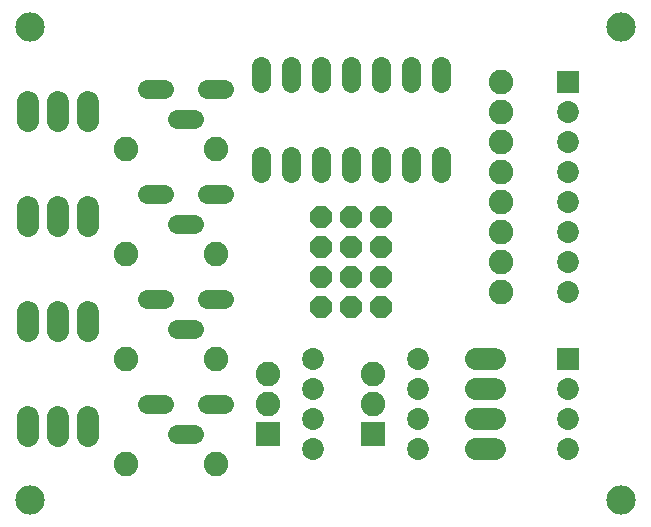
<source format=gbs>
G75*
%MOIN*%
%OFA0B0*%
%FSLAX25Y25*%
%IPPOS*%
%LPD*%
%AMOC8*
5,1,8,0,0,1.08239X$1,22.5*
%
%ADD10C,0.09800*%
%ADD11C,0.06400*%
%ADD12C,0.07200*%
%ADD13C,0.08200*%
%ADD14OC8,0.07200*%
%ADD15R,0.07300X0.07300*%
%ADD16C,0.07300*%
%ADD17R,0.08200X0.08200*%
D10*
X0016700Y0016700D03*
X0016700Y0174200D03*
X0213600Y0174200D03*
X0213600Y0016700D03*
D11*
X0153500Y0125700D02*
X0153500Y0131300D01*
X0143500Y0131300D02*
X0143500Y0125700D01*
X0133500Y0125700D02*
X0133500Y0131300D01*
X0123500Y0131300D02*
X0123500Y0125700D01*
X0113500Y0125700D02*
X0113500Y0131300D01*
X0103500Y0131300D02*
X0103500Y0125700D01*
X0093500Y0125700D02*
X0093500Y0131300D01*
X0081300Y0118500D02*
X0075700Y0118500D01*
X0071300Y0108500D02*
X0065700Y0108500D01*
X0061300Y0118500D02*
X0055700Y0118500D01*
X0065700Y0143500D02*
X0071300Y0143500D01*
X0075700Y0153500D02*
X0081300Y0153500D01*
X0093500Y0155700D02*
X0093500Y0161300D01*
X0103500Y0161300D02*
X0103500Y0155700D01*
X0113500Y0155700D02*
X0113500Y0161300D01*
X0123500Y0161300D02*
X0123500Y0155700D01*
X0133500Y0155700D02*
X0133500Y0161300D01*
X0143500Y0161300D02*
X0143500Y0155700D01*
X0153500Y0155700D02*
X0153500Y0161300D01*
X0061300Y0153500D02*
X0055700Y0153500D01*
X0055700Y0083500D02*
X0061300Y0083500D01*
X0065700Y0073500D02*
X0071300Y0073500D01*
X0075700Y0083500D02*
X0081300Y0083500D01*
X0081300Y0048500D02*
X0075700Y0048500D01*
X0071300Y0038500D02*
X0065700Y0038500D01*
X0061300Y0048500D02*
X0055700Y0048500D01*
D12*
X0036000Y0044200D02*
X0036000Y0037800D01*
X0026000Y0037800D02*
X0026000Y0044200D01*
X0016000Y0044200D02*
X0016000Y0037800D01*
X0016000Y0072800D02*
X0016000Y0079200D01*
X0026000Y0079200D02*
X0026000Y0072800D01*
X0036000Y0072800D02*
X0036000Y0079200D01*
X0036000Y0107800D02*
X0036000Y0114200D01*
X0026000Y0114200D02*
X0026000Y0107800D01*
X0016000Y0107800D02*
X0016000Y0114200D01*
X0016000Y0142800D02*
X0016000Y0149200D01*
X0026000Y0149200D02*
X0026000Y0142800D01*
X0036000Y0142800D02*
X0036000Y0149200D01*
X0165300Y0063500D02*
X0171700Y0063500D01*
X0171700Y0053500D02*
X0165300Y0053500D01*
X0165300Y0043500D02*
X0171700Y0043500D01*
X0171700Y0033500D02*
X0165300Y0033500D01*
D13*
X0131000Y0048500D03*
X0131000Y0058500D03*
X0096000Y0058500D03*
X0096000Y0048500D03*
X0078500Y0063500D03*
X0048500Y0063500D03*
X0048500Y0098500D03*
X0078500Y0098500D03*
X0078500Y0133500D03*
X0048500Y0133500D03*
X0173500Y0136000D03*
X0173500Y0146000D03*
X0173500Y0156000D03*
X0173500Y0126000D03*
X0173500Y0116000D03*
X0173500Y0106000D03*
X0173500Y0096000D03*
X0173500Y0086000D03*
X0078500Y0028500D03*
X0048500Y0028500D03*
D14*
X0113500Y0081000D03*
X0123500Y0081000D03*
X0133500Y0081000D03*
X0133500Y0091000D03*
X0123500Y0091000D03*
X0113500Y0091000D03*
X0113500Y0101000D03*
X0123500Y0101000D03*
X0133500Y0101000D03*
X0133500Y0111000D03*
X0123500Y0111000D03*
X0113500Y0111000D03*
D15*
X0196000Y0156000D03*
X0196000Y0063500D03*
D16*
X0196000Y0053500D03*
X0196000Y0043500D03*
X0196000Y0033500D03*
X0146000Y0033500D03*
X0146000Y0043500D03*
X0146000Y0053500D03*
X0146000Y0063500D03*
X0111000Y0063500D03*
X0111000Y0053500D03*
X0111000Y0043500D03*
X0111000Y0033500D03*
X0196000Y0086000D03*
X0196000Y0096000D03*
X0196000Y0106000D03*
X0196000Y0116000D03*
X0196000Y0126000D03*
X0196000Y0136000D03*
X0196000Y0146000D03*
D17*
X0131000Y0038500D03*
X0096000Y0038500D03*
M02*

</source>
